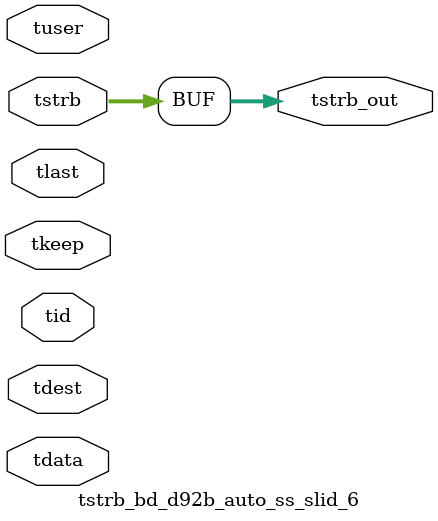
<source format=v>


`timescale 1ps/1ps

module tstrb_bd_d92b_auto_ss_slid_6 #
(
parameter C_S_AXIS_TDATA_WIDTH = 32,
parameter C_S_AXIS_TUSER_WIDTH = 0,
parameter C_S_AXIS_TID_WIDTH   = 0,
parameter C_S_AXIS_TDEST_WIDTH = 0,
parameter C_M_AXIS_TDATA_WIDTH = 32
)
(
input  [(C_S_AXIS_TDATA_WIDTH == 0 ? 1 : C_S_AXIS_TDATA_WIDTH)-1:0     ] tdata,
input  [(C_S_AXIS_TUSER_WIDTH == 0 ? 1 : C_S_AXIS_TUSER_WIDTH)-1:0     ] tuser,
input  [(C_S_AXIS_TID_WIDTH   == 0 ? 1 : C_S_AXIS_TID_WIDTH)-1:0       ] tid,
input  [(C_S_AXIS_TDEST_WIDTH == 0 ? 1 : C_S_AXIS_TDEST_WIDTH)-1:0     ] tdest,
input  [(C_S_AXIS_TDATA_WIDTH/8)-1:0 ] tkeep,
input  [(C_S_AXIS_TDATA_WIDTH/8)-1:0 ] tstrb,
input                                                                    tlast,
output [(C_M_AXIS_TDATA_WIDTH/8)-1:0 ] tstrb_out
);

assign tstrb_out = {tstrb[7:0]};

endmodule


</source>
